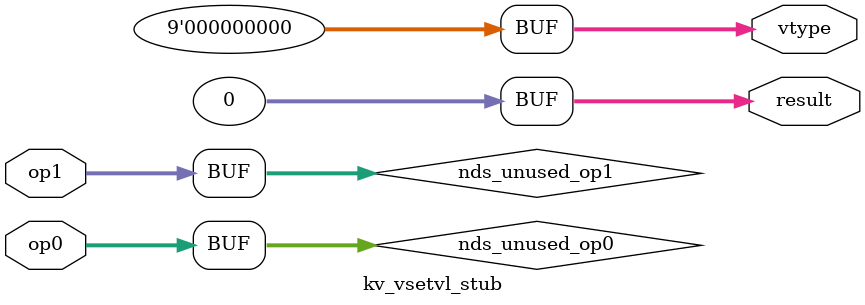
<source format=v>

module kv_vsetvl_stub (
    op0,
    op1,
    vtype,
    result
);
parameter VLEN = 512;
localparam ELEN = 64;
localparam VSEW_MAX = ($clog2(ELEN / 8));
input [31:0] op0;
input [31:0] op1;
output [8:0] vtype;
output [31:0] result;


wire [31:0] nds_unused_op0 = op0;
wire [31:0] nds_unused_op1 = op1;
assign vtype = 9'b0;
assign result = {32{1'b0}};
endmodule


</source>
